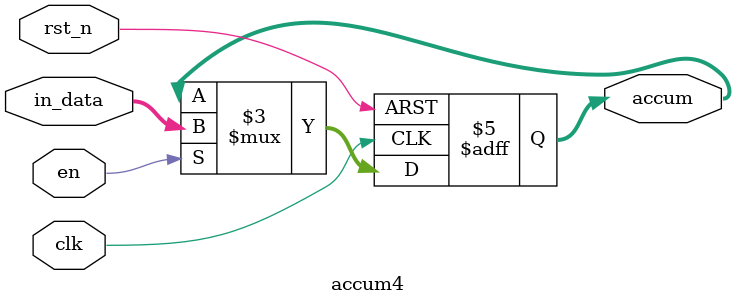
<source format=sv>
module accum4 (
    input clk,
    input rst_n,
    input en,
    input [3:0] in_data,
    output reg [3:0] accum
);

always @(posedge clk or negedge rst_n) begin
    if (!rst_n)
        accum <= 4'b0;
    else if (en)
        accum <= in_data;
end

endmodule
</source>
